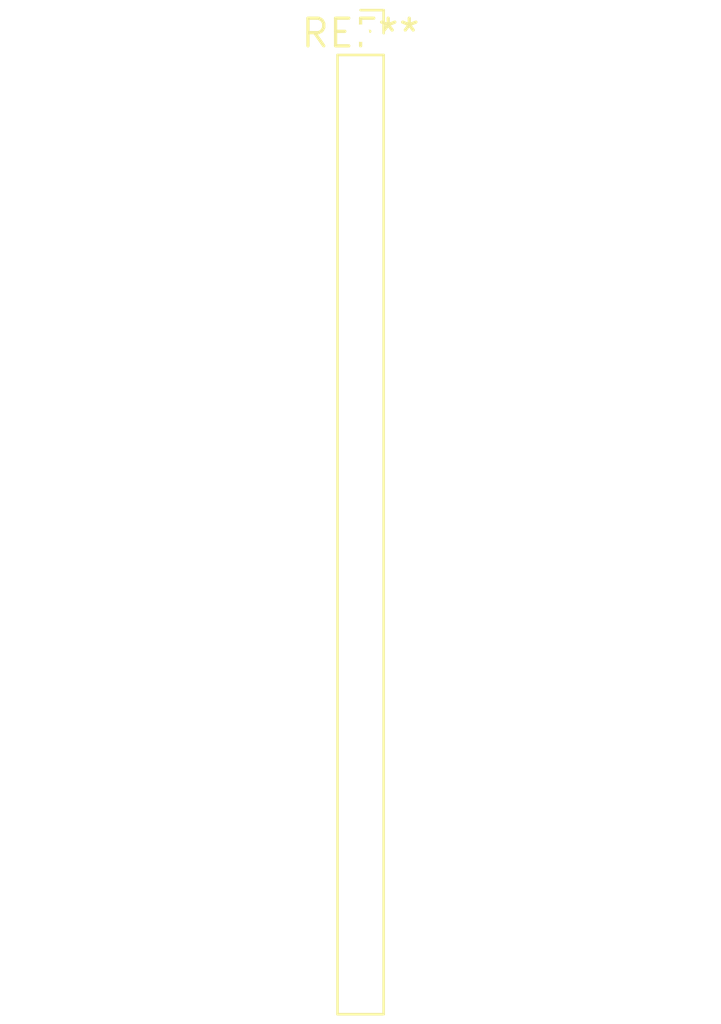
<source format=kicad_pcb>
(kicad_pcb (version 20240108) (generator pcbnew)
  (layers (0 "F.Cu" signal) (31 "B.Cu" signal) (34 "B.Paste" user) (35 "F.Paste" user) (36 "B.SilkS" user "B.Silkscreen") (37 "F.SilkS" user "F.Silkscreen") (38 "B.Mask" user) (39 "F.Mask" user) (44 "Edge.Cuts" user))
  (net 0 "")
  (footprint "PinSocket_1x23_P2.00mm_Vertical" (layer "F.Cu") (at 0 0)
    (property "Reference" "REF**")
    (property "Value" "PinSocket_1x23_P2.00mm_Vertical")
    (fp_line (start -1.06 1) (end -1.06 45.06) (layer "F.SilkS") (stroke (width 0.12)))
    (fp_line (start -1.06 1) (end 1.06 1) (layer "F.SilkS") (stroke (width 0.12)))
    (fp_line (start -1.06 45.06) (end 1.06 45.06) (layer "F.SilkS") (stroke (width 0.12)))
    (fp_line (start 0 -1.06) (end 1.06 -1.06) (layer "F.SilkS") (stroke (width 0.12)))
    (fp_line (start 1.06 -1.06) (end 1.06 0) (layer "F.SilkS") (stroke (width 0.12)))
    (fp_line (start 1.06 1) (end 1.06 45.06) (layer "F.SilkS") (stroke (width 0.12)))
    (pad "1" thru_hole rect (at 0 0) (size 1.35 1.35) (drill 0.8) (layers *.Cu *.Mask) (remove_unused_layers))
    (pad "2" thru_hole oval (at 0 2) (size 1.35 1.35) (drill 0.8) (layers *.Cu *.Mask) (remove_unused_layers))
    (pad "3" thru_hole oval (at 0 4) (size 1.35 1.35) (drill 0.8) (layers *.Cu *.Mask) (remove_unused_layers))
    (pad "4" thru_hole oval (at 0 6) (size 1.35 1.35) (drill 0.8) (layers *.Cu *.Mask) (remove_unused_layers))
    (pad "5" thru_hole oval (at 0 8) (size 1.35 1.35) (drill 0.8) (layers *.Cu *.Mask) (remove_unused_layers))
    (pad "6" thru_hole oval (at 0 10) (size 1.35 1.35) (drill 0.8) (layers *.Cu *.Mask) (remove_unused_layers))
    (pad "7" thru_hole oval (at 0 12) (size 1.35 1.35) (drill 0.8) (layers *.Cu *.Mask) (remove_unused_layers))
    (pad "8" thru_hole oval (at 0 14) (size 1.35 1.35) (drill 0.8) (layers *.Cu *.Mask) (remove_unused_layers))
    (pad "9" thru_hole oval (at 0 16) (size 1.35 1.35) (drill 0.8) (layers *.Cu *.Mask) (remove_unused_layers))
    (pad "10" thru_hole oval (at 0 18) (size 1.35 1.35) (drill 0.8) (layers *.Cu *.Mask) (remove_unused_layers))
    (pad "11" thru_hole oval (at 0 20) (size 1.35 1.35) (drill 0.8) (layers *.Cu *.Mask) (remove_unused_layers))
    (pad "12" thru_hole oval (at 0 22) (size 1.35 1.35) (drill 0.8) (layers *.Cu *.Mask) (remove_unused_layers))
    (pad "13" thru_hole oval (at 0 24) (size 1.35 1.35) (drill 0.8) (layers *.Cu *.Mask) (remove_unused_layers))
    (pad "14" thru_hole oval (at 0 26) (size 1.35 1.35) (drill 0.8) (layers *.Cu *.Mask) (remove_unused_layers))
    (pad "15" thru_hole oval (at 0 28) (size 1.35 1.35) (drill 0.8) (layers *.Cu *.Mask) (remove_unused_layers))
    (pad "16" thru_hole oval (at 0 30) (size 1.35 1.35) (drill 0.8) (layers *.Cu *.Mask) (remove_unused_layers))
    (pad "17" thru_hole oval (at 0 32) (size 1.35 1.35) (drill 0.8) (layers *.Cu *.Mask) (remove_unused_layers))
    (pad "18" thru_hole oval (at 0 34) (size 1.35 1.35) (drill 0.8) (layers *.Cu *.Mask) (remove_unused_layers))
    (pad "19" thru_hole oval (at 0 36) (size 1.35 1.35) (drill 0.8) (layers *.Cu *.Mask) (remove_unused_layers))
    (pad "20" thru_hole oval (at 0 38) (size 1.35 1.35) (drill 0.8) (layers *.Cu *.Mask) (remove_unused_layers))
    (pad "21" thru_hole oval (at 0 40) (size 1.35 1.35) (drill 0.8) (layers *.Cu *.Mask) (remove_unused_layers))
    (pad "22" thru_hole oval (at 0 42) (size 1.35 1.35) (drill 0.8) (layers *.Cu *.Mask) (remove_unused_layers))
    (pad "23" thru_hole oval (at 0 44) (size 1.35 1.35) (drill 0.8) (layers *.Cu *.Mask) (remove_unused_layers))
  )
)
</source>
